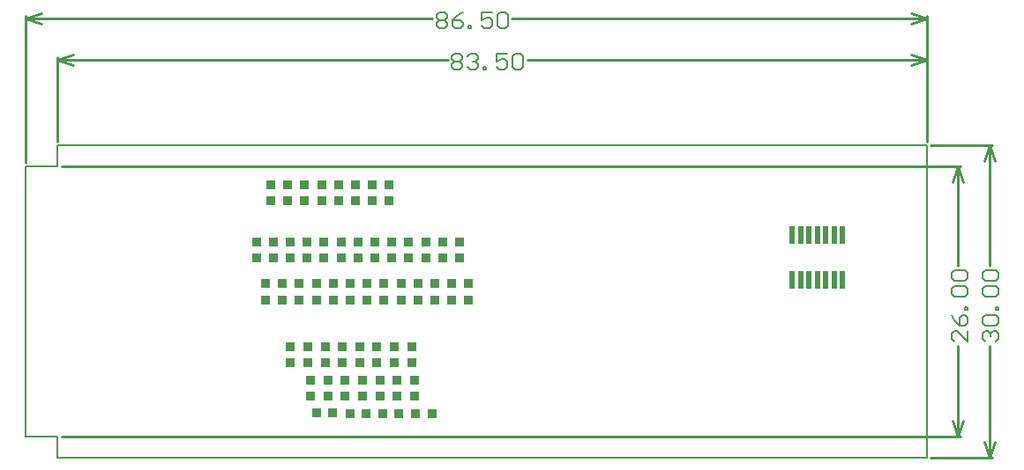
<source format=gbp>
G04*
G04 #@! TF.GenerationSoftware,Altium Limited,Altium Designer,22.6.1 (34)*
G04*
G04 Layer_Color=128*
%FSLAX25Y25*%
%MOIN*%
G70*
G04*
G04 #@! TF.SameCoordinates,4A999195-7229-471D-A063-F470427C1832*
G04*
G04*
G04 #@! TF.FilePolarity,Positive*
G04*
G01*
G75*
%ADD13C,0.00787*%
%ADD14C,0.01000*%
%ADD16C,0.00600*%
%ADD24R,0.03543X0.03740*%
%ADD26R,0.03740X0.03543*%
%ADD28R,0.03543X0.03740*%
%ADD34R,0.03740X0.03543*%
%ADD65R,0.02165X0.07087*%
D13*
X11836Y110261D02*
Y118135D01*
Y25D02*
Y7899D01*
X25D02*
X11836D01*
X25Y110261D02*
X11836D01*
Y25D02*
X340576D01*
Y118135D01*
X11836D02*
X340576D01*
X25Y7899D02*
Y110261D01*
D14*
X350362Y13874D02*
X352362Y7874D01*
X354362Y13874D01*
X352362Y110236D02*
X354362Y104236D01*
X350362D02*
X352362Y110236D01*
Y7874D02*
Y42360D01*
Y72551D02*
Y110236D01*
X13780Y7874D02*
X353362D01*
X13780Y110236D02*
X353362D01*
X11836Y150591D02*
X17836Y152591D01*
X11836Y150591D02*
X17836Y148591D01*
X334576D02*
X340576Y150591D01*
X334576Y152591D02*
X340576Y150591D01*
X11836D02*
X159511D01*
X189702D02*
X340576D01*
X11836Y119529D02*
Y151591D01*
X340576Y119529D02*
Y151591D01*
X364173Y118135D02*
X366173Y112135D01*
X362173D02*
X364173Y118135D01*
X362173Y6025D02*
X364173Y25D01*
X366173Y6025D01*
X364173Y72576D02*
Y118135D01*
Y25D02*
Y42384D01*
X341970Y118135D02*
X365173D01*
X341970Y25D02*
X365173D01*
X25Y166339D02*
X6025Y168339D01*
X25Y166339D02*
X6025Y164339D01*
X334576D02*
X340576Y166339D01*
X334576Y168339D02*
X340576Y166339D01*
X25D02*
X153605D01*
X183796D02*
X340576D01*
X25Y111655D02*
Y167339D01*
X340576Y119529D02*
Y167339D01*
D16*
X355961Y47958D02*
Y43960D01*
X351962Y47958D01*
X350963D01*
X349963Y46959D01*
Y44959D01*
X350963Y43960D01*
X349963Y53956D02*
X350963Y51957D01*
X352962Y49957D01*
X354961D01*
X355961Y50957D01*
Y52957D01*
X354961Y53956D01*
X353962D01*
X352962Y52957D01*
Y49957D01*
X355961Y55956D02*
X354961D01*
Y56955D01*
X355961D01*
Y55956D01*
X350963Y60954D02*
X349963Y61954D01*
Y63953D01*
X350963Y64953D01*
X354961D01*
X355961Y63953D01*
Y61954D01*
X354961Y60954D01*
X350963D01*
Y66952D02*
X349963Y67952D01*
Y69951D01*
X350963Y70951D01*
X354961D01*
X355961Y69951D01*
Y67952D01*
X354961Y66952D01*
X350963D01*
X161110Y151990D02*
X162110Y152990D01*
X164110D01*
X165109Y151990D01*
Y150990D01*
X164110Y149991D01*
X165109Y148991D01*
Y147991D01*
X164110Y146992D01*
X162110D01*
X161110Y147991D01*
Y148991D01*
X162110Y149991D01*
X161110Y150990D01*
Y151990D01*
X162110Y149991D02*
X164110D01*
X167109Y151990D02*
X168108Y152990D01*
X170107D01*
X171107Y151990D01*
Y150990D01*
X170107Y149991D01*
X169108D01*
X170107D01*
X171107Y148991D01*
Y147991D01*
X170107Y146992D01*
X168108D01*
X167109Y147991D01*
X173107Y146992D02*
Y147991D01*
X174106D01*
Y146992D01*
X173107D01*
X182104Y152990D02*
X178105D01*
Y149991D01*
X180104Y150990D01*
X181104D01*
X182104Y149991D01*
Y147991D01*
X181104Y146992D01*
X179105D01*
X178105Y147991D01*
X184103Y151990D02*
X185103Y152990D01*
X187102D01*
X188102Y151990D01*
Y147991D01*
X187102Y146992D01*
X185103D01*
X184103Y147991D01*
Y151990D01*
X362774Y43984D02*
X361774Y44984D01*
Y46984D01*
X362774Y47983D01*
X363773D01*
X364773Y46984D01*
Y45984D01*
Y46984D01*
X365773Y47983D01*
X366773D01*
X367772Y46984D01*
Y44984D01*
X366773Y43984D01*
X362774Y49983D02*
X361774Y50982D01*
Y52982D01*
X362774Y53981D01*
X366773D01*
X367772Y52982D01*
Y50982D01*
X366773Y49983D01*
X362774D01*
X367772Y55981D02*
X366773D01*
Y56980D01*
X367772D01*
Y55981D01*
X362774Y60979D02*
X361774Y61979D01*
Y63978D01*
X362774Y64978D01*
X366773D01*
X367772Y63978D01*
Y61979D01*
X366773Y60979D01*
X362774D01*
Y66977D02*
X361774Y67977D01*
Y69976D01*
X362774Y70976D01*
X366773D01*
X367772Y69976D01*
Y67977D01*
X366773Y66977D01*
X362774D01*
X155205Y167738D02*
X156205Y168738D01*
X158204D01*
X159204Y167738D01*
Y166738D01*
X158204Y165739D01*
X159204Y164739D01*
Y163739D01*
X158204Y162740D01*
X156205D01*
X155205Y163739D01*
Y164739D01*
X156205Y165739D01*
X155205Y166738D01*
Y167738D01*
X156205Y165739D02*
X158204D01*
X165202Y168738D02*
X163202Y167738D01*
X161203Y165739D01*
Y163739D01*
X162203Y162740D01*
X164202D01*
X165202Y163739D01*
Y164739D01*
X164202Y165739D01*
X161203D01*
X167201Y162740D02*
Y163739D01*
X168201D01*
Y162740D01*
X167201D01*
X176198Y168738D02*
X172199D01*
Y165739D01*
X174199Y166738D01*
X175198D01*
X176198Y165739D01*
Y163739D01*
X175198Y162740D01*
X173199D01*
X172199Y163739D01*
X178198Y167738D02*
X179197Y168738D01*
X181196D01*
X182196Y167738D01*
Y163739D01*
X181196Y162740D01*
X179197D01*
X178198Y163739D01*
Y167738D01*
D24*
X134964Y16716D02*
D03*
X141066D02*
D03*
X122518D02*
D03*
X128620D02*
D03*
X147409D02*
D03*
X153512D02*
D03*
D26*
X145881Y41903D02*
D03*
Y35801D02*
D03*
X146955Y29261D02*
D03*
Y23158D02*
D03*
X127334Y29261D02*
D03*
Y23158D02*
D03*
X133875Y29261D02*
D03*
Y23158D02*
D03*
X107714Y29261D02*
D03*
Y23158D02*
D03*
X114254Y29261D02*
D03*
Y23158D02*
D03*
X120794Y29261D02*
D03*
Y23158D02*
D03*
X140415Y29261D02*
D03*
Y23158D02*
D03*
X100100Y41903D02*
D03*
Y35801D02*
D03*
X119720Y41903D02*
D03*
Y35801D02*
D03*
X106640Y41903D02*
D03*
Y35801D02*
D03*
X113180Y41903D02*
D03*
Y35801D02*
D03*
X126261Y41903D02*
D03*
Y35801D02*
D03*
X132801Y41903D02*
D03*
Y35801D02*
D03*
X139341Y41903D02*
D03*
Y35801D02*
D03*
D28*
X141814Y59750D02*
D03*
Y65852D02*
D03*
X148214Y59750D02*
D03*
Y65852D02*
D03*
X135414Y59750D02*
D03*
Y65852D02*
D03*
X154614Y59750D02*
D03*
Y65852D02*
D03*
X161014Y59750D02*
D03*
Y65852D02*
D03*
X167414Y59750D02*
D03*
Y65852D02*
D03*
X129014Y59750D02*
D03*
Y65852D02*
D03*
X90614Y59750D02*
D03*
Y65852D02*
D03*
X97014Y59750D02*
D03*
Y65852D02*
D03*
X103414Y59750D02*
D03*
Y65852D02*
D03*
X109814Y59750D02*
D03*
Y65852D02*
D03*
X116214Y59750D02*
D03*
Y65852D02*
D03*
X122614Y59750D02*
D03*
Y65852D02*
D03*
X151199Y75498D02*
D03*
Y81600D02*
D03*
X138400Y75498D02*
D03*
Y81600D02*
D03*
X144799Y75498D02*
D03*
Y81600D02*
D03*
X163999Y75498D02*
D03*
Y81600D02*
D03*
X157599Y75498D02*
D03*
Y81600D02*
D03*
X132000Y75498D02*
D03*
Y81600D02*
D03*
X119200Y75498D02*
D03*
Y81600D02*
D03*
X125600Y75498D02*
D03*
Y81600D02*
D03*
X112800Y75498D02*
D03*
Y81600D02*
D03*
X106400Y75498D02*
D03*
Y81600D02*
D03*
X93599Y75498D02*
D03*
Y81600D02*
D03*
X87199Y75498D02*
D03*
Y81600D02*
D03*
X99999Y75498D02*
D03*
Y81600D02*
D03*
X99044Y97151D02*
D03*
Y103253D02*
D03*
X111844Y97151D02*
D03*
Y103253D02*
D03*
X105444Y97151D02*
D03*
Y103253D02*
D03*
X92644Y97151D02*
D03*
Y103253D02*
D03*
X137444Y97151D02*
D03*
Y103253D02*
D03*
X118244Y97151D02*
D03*
Y103253D02*
D03*
X124644Y97151D02*
D03*
Y103253D02*
D03*
X131044Y97151D02*
D03*
Y103253D02*
D03*
D34*
X116076Y16787D02*
D03*
X109974D02*
D03*
D65*
X289764Y84252D02*
D03*
Y67323D02*
D03*
X292913Y84252D02*
D03*
Y67323D02*
D03*
X296063Y84252D02*
D03*
Y67323D02*
D03*
X299213Y84252D02*
D03*
Y67323D02*
D03*
X302362Y84252D02*
D03*
Y67323D02*
D03*
X305512Y84252D02*
D03*
Y67323D02*
D03*
X308661Y84252D02*
D03*
Y67323D02*
D03*
M02*

</source>
